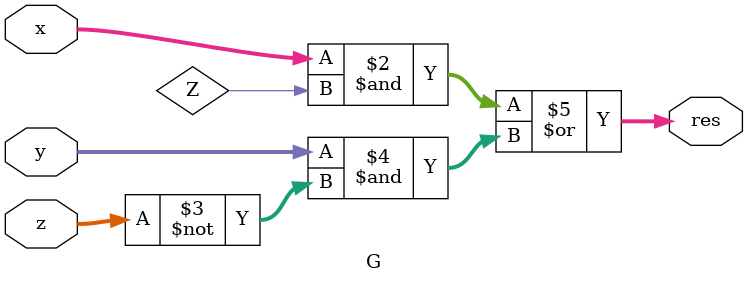
<source format=v>
module G (
    input [31:0]x,
    input [31:0]y,
    input [31:0]z,
    output reg [31:0]res
);
always@(*) 
    begin
        res = (x & Z) | (y & (~z));
    end
endmodule
</source>
